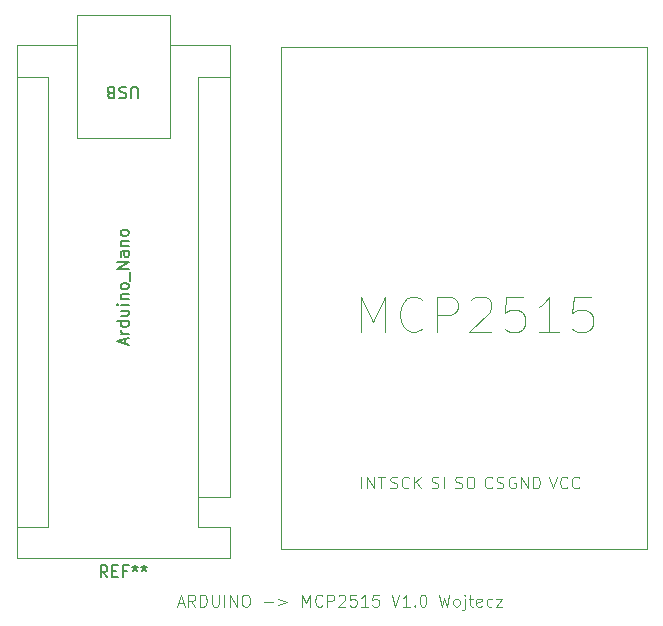
<source format=gbr>
%TF.GenerationSoftware,KiCad,Pcbnew,9.0.2-9.0.2-0~ubuntu22.04.1*%
%TF.CreationDate,2025-06-18T20:33:50+02:00*%
%TF.ProjectId,salaemcp,73616c61-656d-4637-902e-6b696361645f,rev?*%
%TF.SameCoordinates,Original*%
%TF.FileFunction,Legend,Top*%
%TF.FilePolarity,Positive*%
%FSLAX46Y46*%
G04 Gerber Fmt 4.6, Leading zero omitted, Abs format (unit mm)*
G04 Created by KiCad (PCBNEW 9.0.2-9.0.2-0~ubuntu22.04.1) date 2025-06-18 20:33:50*
%MOMM*%
%LPD*%
G01*
G04 APERTURE LIST*
%ADD10C,0.100000*%
%ADD11C,0.125000*%
%ADD12C,0.150000*%
%ADD13C,0.120000*%
G04 APERTURE END LIST*
D10*
X122000000Y-53500000D02*
X153000000Y-53500000D01*
X153000000Y-96000000D01*
X122000000Y-96000000D01*
X122000000Y-53500000D01*
X144661027Y-89872419D02*
X144994360Y-90872419D01*
X144994360Y-90872419D02*
X145327693Y-89872419D01*
X146232455Y-90777180D02*
X146184836Y-90824800D01*
X146184836Y-90824800D02*
X146041979Y-90872419D01*
X146041979Y-90872419D02*
X145946741Y-90872419D01*
X145946741Y-90872419D02*
X145803884Y-90824800D01*
X145803884Y-90824800D02*
X145708646Y-90729561D01*
X145708646Y-90729561D02*
X145661027Y-90634323D01*
X145661027Y-90634323D02*
X145613408Y-90443847D01*
X145613408Y-90443847D02*
X145613408Y-90300990D01*
X145613408Y-90300990D02*
X145661027Y-90110514D01*
X145661027Y-90110514D02*
X145708646Y-90015276D01*
X145708646Y-90015276D02*
X145803884Y-89920038D01*
X145803884Y-89920038D02*
X145946741Y-89872419D01*
X145946741Y-89872419D02*
X146041979Y-89872419D01*
X146041979Y-89872419D02*
X146184836Y-89920038D01*
X146184836Y-89920038D02*
X146232455Y-89967657D01*
X147232455Y-90777180D02*
X147184836Y-90824800D01*
X147184836Y-90824800D02*
X147041979Y-90872419D01*
X147041979Y-90872419D02*
X146946741Y-90872419D01*
X146946741Y-90872419D02*
X146803884Y-90824800D01*
X146803884Y-90824800D02*
X146708646Y-90729561D01*
X146708646Y-90729561D02*
X146661027Y-90634323D01*
X146661027Y-90634323D02*
X146613408Y-90443847D01*
X146613408Y-90443847D02*
X146613408Y-90300990D01*
X146613408Y-90300990D02*
X146661027Y-90110514D01*
X146661027Y-90110514D02*
X146708646Y-90015276D01*
X146708646Y-90015276D02*
X146803884Y-89920038D01*
X146803884Y-89920038D02*
X146946741Y-89872419D01*
X146946741Y-89872419D02*
X147041979Y-89872419D01*
X147041979Y-89872419D02*
X147184836Y-89920038D01*
X147184836Y-89920038D02*
X147232455Y-89967657D01*
X134756265Y-90824800D02*
X134899122Y-90872419D01*
X134899122Y-90872419D02*
X135137217Y-90872419D01*
X135137217Y-90872419D02*
X135232455Y-90824800D01*
X135232455Y-90824800D02*
X135280074Y-90777180D01*
X135280074Y-90777180D02*
X135327693Y-90681942D01*
X135327693Y-90681942D02*
X135327693Y-90586704D01*
X135327693Y-90586704D02*
X135280074Y-90491466D01*
X135280074Y-90491466D02*
X135232455Y-90443847D01*
X135232455Y-90443847D02*
X135137217Y-90396228D01*
X135137217Y-90396228D02*
X134946741Y-90348609D01*
X134946741Y-90348609D02*
X134851503Y-90300990D01*
X134851503Y-90300990D02*
X134803884Y-90253371D01*
X134803884Y-90253371D02*
X134756265Y-90158133D01*
X134756265Y-90158133D02*
X134756265Y-90062895D01*
X134756265Y-90062895D02*
X134803884Y-89967657D01*
X134803884Y-89967657D02*
X134851503Y-89920038D01*
X134851503Y-89920038D02*
X134946741Y-89872419D01*
X134946741Y-89872419D02*
X135184836Y-89872419D01*
X135184836Y-89872419D02*
X135327693Y-89920038D01*
X135756265Y-90872419D02*
X135756265Y-89872419D01*
X131256265Y-90824800D02*
X131399122Y-90872419D01*
X131399122Y-90872419D02*
X131637217Y-90872419D01*
X131637217Y-90872419D02*
X131732455Y-90824800D01*
X131732455Y-90824800D02*
X131780074Y-90777180D01*
X131780074Y-90777180D02*
X131827693Y-90681942D01*
X131827693Y-90681942D02*
X131827693Y-90586704D01*
X131827693Y-90586704D02*
X131780074Y-90491466D01*
X131780074Y-90491466D02*
X131732455Y-90443847D01*
X131732455Y-90443847D02*
X131637217Y-90396228D01*
X131637217Y-90396228D02*
X131446741Y-90348609D01*
X131446741Y-90348609D02*
X131351503Y-90300990D01*
X131351503Y-90300990D02*
X131303884Y-90253371D01*
X131303884Y-90253371D02*
X131256265Y-90158133D01*
X131256265Y-90158133D02*
X131256265Y-90062895D01*
X131256265Y-90062895D02*
X131303884Y-89967657D01*
X131303884Y-89967657D02*
X131351503Y-89920038D01*
X131351503Y-89920038D02*
X131446741Y-89872419D01*
X131446741Y-89872419D02*
X131684836Y-89872419D01*
X131684836Y-89872419D02*
X131827693Y-89920038D01*
X132827693Y-90777180D02*
X132780074Y-90824800D01*
X132780074Y-90824800D02*
X132637217Y-90872419D01*
X132637217Y-90872419D02*
X132541979Y-90872419D01*
X132541979Y-90872419D02*
X132399122Y-90824800D01*
X132399122Y-90824800D02*
X132303884Y-90729561D01*
X132303884Y-90729561D02*
X132256265Y-90634323D01*
X132256265Y-90634323D02*
X132208646Y-90443847D01*
X132208646Y-90443847D02*
X132208646Y-90300990D01*
X132208646Y-90300990D02*
X132256265Y-90110514D01*
X132256265Y-90110514D02*
X132303884Y-90015276D01*
X132303884Y-90015276D02*
X132399122Y-89920038D01*
X132399122Y-89920038D02*
X132541979Y-89872419D01*
X132541979Y-89872419D02*
X132637217Y-89872419D01*
X132637217Y-89872419D02*
X132780074Y-89920038D01*
X132780074Y-89920038D02*
X132827693Y-89967657D01*
X133256265Y-90872419D02*
X133256265Y-89872419D01*
X133827693Y-90872419D02*
X133399122Y-90300990D01*
X133827693Y-89872419D02*
X133256265Y-90443847D01*
X128803884Y-90872419D02*
X128803884Y-89872419D01*
X129280074Y-90872419D02*
X129280074Y-89872419D01*
X129280074Y-89872419D02*
X129851502Y-90872419D01*
X129851502Y-90872419D02*
X129851502Y-89872419D01*
X130184836Y-89872419D02*
X130756264Y-89872419D01*
X130470550Y-90872419D02*
X130470550Y-89872419D01*
D11*
X128796521Y-77626357D02*
X128796521Y-74626357D01*
X128796521Y-74626357D02*
X129796521Y-76769214D01*
X129796521Y-76769214D02*
X130796521Y-74626357D01*
X130796521Y-74626357D02*
X130796521Y-77626357D01*
X133939378Y-77340642D02*
X133796521Y-77483500D01*
X133796521Y-77483500D02*
X133367949Y-77626357D01*
X133367949Y-77626357D02*
X133082235Y-77626357D01*
X133082235Y-77626357D02*
X132653664Y-77483500D01*
X132653664Y-77483500D02*
X132367949Y-77197785D01*
X132367949Y-77197785D02*
X132225092Y-76912071D01*
X132225092Y-76912071D02*
X132082235Y-76340642D01*
X132082235Y-76340642D02*
X132082235Y-75912071D01*
X132082235Y-75912071D02*
X132225092Y-75340642D01*
X132225092Y-75340642D02*
X132367949Y-75054928D01*
X132367949Y-75054928D02*
X132653664Y-74769214D01*
X132653664Y-74769214D02*
X133082235Y-74626357D01*
X133082235Y-74626357D02*
X133367949Y-74626357D01*
X133367949Y-74626357D02*
X133796521Y-74769214D01*
X133796521Y-74769214D02*
X133939378Y-74912071D01*
X135225092Y-77626357D02*
X135225092Y-74626357D01*
X135225092Y-74626357D02*
X136367949Y-74626357D01*
X136367949Y-74626357D02*
X136653664Y-74769214D01*
X136653664Y-74769214D02*
X136796521Y-74912071D01*
X136796521Y-74912071D02*
X136939378Y-75197785D01*
X136939378Y-75197785D02*
X136939378Y-75626357D01*
X136939378Y-75626357D02*
X136796521Y-75912071D01*
X136796521Y-75912071D02*
X136653664Y-76054928D01*
X136653664Y-76054928D02*
X136367949Y-76197785D01*
X136367949Y-76197785D02*
X135225092Y-76197785D01*
X138082235Y-74912071D02*
X138225092Y-74769214D01*
X138225092Y-74769214D02*
X138510807Y-74626357D01*
X138510807Y-74626357D02*
X139225092Y-74626357D01*
X139225092Y-74626357D02*
X139510807Y-74769214D01*
X139510807Y-74769214D02*
X139653664Y-74912071D01*
X139653664Y-74912071D02*
X139796521Y-75197785D01*
X139796521Y-75197785D02*
X139796521Y-75483500D01*
X139796521Y-75483500D02*
X139653664Y-75912071D01*
X139653664Y-75912071D02*
X137939378Y-77626357D01*
X137939378Y-77626357D02*
X139796521Y-77626357D01*
X142510807Y-74626357D02*
X141082235Y-74626357D01*
X141082235Y-74626357D02*
X140939378Y-76054928D01*
X140939378Y-76054928D02*
X141082235Y-75912071D01*
X141082235Y-75912071D02*
X141367950Y-75769214D01*
X141367950Y-75769214D02*
X142082235Y-75769214D01*
X142082235Y-75769214D02*
X142367950Y-75912071D01*
X142367950Y-75912071D02*
X142510807Y-76054928D01*
X142510807Y-76054928D02*
X142653664Y-76340642D01*
X142653664Y-76340642D02*
X142653664Y-77054928D01*
X142653664Y-77054928D02*
X142510807Y-77340642D01*
X142510807Y-77340642D02*
X142367950Y-77483500D01*
X142367950Y-77483500D02*
X142082235Y-77626357D01*
X142082235Y-77626357D02*
X141367950Y-77626357D01*
X141367950Y-77626357D02*
X141082235Y-77483500D01*
X141082235Y-77483500D02*
X140939378Y-77340642D01*
X145510807Y-77626357D02*
X143796521Y-77626357D01*
X144653664Y-77626357D02*
X144653664Y-74626357D01*
X144653664Y-74626357D02*
X144367950Y-75054928D01*
X144367950Y-75054928D02*
X144082235Y-75340642D01*
X144082235Y-75340642D02*
X143796521Y-75483500D01*
X148225093Y-74626357D02*
X146796521Y-74626357D01*
X146796521Y-74626357D02*
X146653664Y-76054928D01*
X146653664Y-76054928D02*
X146796521Y-75912071D01*
X146796521Y-75912071D02*
X147082236Y-75769214D01*
X147082236Y-75769214D02*
X147796521Y-75769214D01*
X147796521Y-75769214D02*
X148082236Y-75912071D01*
X148082236Y-75912071D02*
X148225093Y-76054928D01*
X148225093Y-76054928D02*
X148367950Y-76340642D01*
X148367950Y-76340642D02*
X148367950Y-77054928D01*
X148367950Y-77054928D02*
X148225093Y-77340642D01*
X148225093Y-77340642D02*
X148082236Y-77483500D01*
X148082236Y-77483500D02*
X147796521Y-77626357D01*
X147796521Y-77626357D02*
X147082236Y-77626357D01*
X147082236Y-77626357D02*
X146796521Y-77483500D01*
X146796521Y-77483500D02*
X146653664Y-77340642D01*
D10*
X139875312Y-90777180D02*
X139827693Y-90824800D01*
X139827693Y-90824800D02*
X139684836Y-90872419D01*
X139684836Y-90872419D02*
X139589598Y-90872419D01*
X139589598Y-90872419D02*
X139446741Y-90824800D01*
X139446741Y-90824800D02*
X139351503Y-90729561D01*
X139351503Y-90729561D02*
X139303884Y-90634323D01*
X139303884Y-90634323D02*
X139256265Y-90443847D01*
X139256265Y-90443847D02*
X139256265Y-90300990D01*
X139256265Y-90300990D02*
X139303884Y-90110514D01*
X139303884Y-90110514D02*
X139351503Y-90015276D01*
X139351503Y-90015276D02*
X139446741Y-89920038D01*
X139446741Y-89920038D02*
X139589598Y-89872419D01*
X139589598Y-89872419D02*
X139684836Y-89872419D01*
X139684836Y-89872419D02*
X139827693Y-89920038D01*
X139827693Y-89920038D02*
X139875312Y-89967657D01*
X140256265Y-90824800D02*
X140399122Y-90872419D01*
X140399122Y-90872419D02*
X140637217Y-90872419D01*
X140637217Y-90872419D02*
X140732455Y-90824800D01*
X140732455Y-90824800D02*
X140780074Y-90777180D01*
X140780074Y-90777180D02*
X140827693Y-90681942D01*
X140827693Y-90681942D02*
X140827693Y-90586704D01*
X140827693Y-90586704D02*
X140780074Y-90491466D01*
X140780074Y-90491466D02*
X140732455Y-90443847D01*
X140732455Y-90443847D02*
X140637217Y-90396228D01*
X140637217Y-90396228D02*
X140446741Y-90348609D01*
X140446741Y-90348609D02*
X140351503Y-90300990D01*
X140351503Y-90300990D02*
X140303884Y-90253371D01*
X140303884Y-90253371D02*
X140256265Y-90158133D01*
X140256265Y-90158133D02*
X140256265Y-90062895D01*
X140256265Y-90062895D02*
X140303884Y-89967657D01*
X140303884Y-89967657D02*
X140351503Y-89920038D01*
X140351503Y-89920038D02*
X140446741Y-89872419D01*
X140446741Y-89872419D02*
X140684836Y-89872419D01*
X140684836Y-89872419D02*
X140827693Y-89920038D01*
X141827693Y-89920038D02*
X141732455Y-89872419D01*
X141732455Y-89872419D02*
X141589598Y-89872419D01*
X141589598Y-89872419D02*
X141446741Y-89920038D01*
X141446741Y-89920038D02*
X141351503Y-90015276D01*
X141351503Y-90015276D02*
X141303884Y-90110514D01*
X141303884Y-90110514D02*
X141256265Y-90300990D01*
X141256265Y-90300990D02*
X141256265Y-90443847D01*
X141256265Y-90443847D02*
X141303884Y-90634323D01*
X141303884Y-90634323D02*
X141351503Y-90729561D01*
X141351503Y-90729561D02*
X141446741Y-90824800D01*
X141446741Y-90824800D02*
X141589598Y-90872419D01*
X141589598Y-90872419D02*
X141684836Y-90872419D01*
X141684836Y-90872419D02*
X141827693Y-90824800D01*
X141827693Y-90824800D02*
X141875312Y-90777180D01*
X141875312Y-90777180D02*
X141875312Y-90443847D01*
X141875312Y-90443847D02*
X141684836Y-90443847D01*
X142303884Y-90872419D02*
X142303884Y-89872419D01*
X142303884Y-89872419D02*
X142875312Y-90872419D01*
X142875312Y-90872419D02*
X142875312Y-89872419D01*
X143351503Y-90872419D02*
X143351503Y-89872419D01*
X143351503Y-89872419D02*
X143589598Y-89872419D01*
X143589598Y-89872419D02*
X143732455Y-89920038D01*
X143732455Y-89920038D02*
X143827693Y-90015276D01*
X143827693Y-90015276D02*
X143875312Y-90110514D01*
X143875312Y-90110514D02*
X143922931Y-90300990D01*
X143922931Y-90300990D02*
X143922931Y-90443847D01*
X143922931Y-90443847D02*
X143875312Y-90634323D01*
X143875312Y-90634323D02*
X143827693Y-90729561D01*
X143827693Y-90729561D02*
X143732455Y-90824800D01*
X143732455Y-90824800D02*
X143589598Y-90872419D01*
X143589598Y-90872419D02*
X143351503Y-90872419D01*
X136756265Y-90824800D02*
X136899122Y-90872419D01*
X136899122Y-90872419D02*
X137137217Y-90872419D01*
X137137217Y-90872419D02*
X137232455Y-90824800D01*
X137232455Y-90824800D02*
X137280074Y-90777180D01*
X137280074Y-90777180D02*
X137327693Y-90681942D01*
X137327693Y-90681942D02*
X137327693Y-90586704D01*
X137327693Y-90586704D02*
X137280074Y-90491466D01*
X137280074Y-90491466D02*
X137232455Y-90443847D01*
X137232455Y-90443847D02*
X137137217Y-90396228D01*
X137137217Y-90396228D02*
X136946741Y-90348609D01*
X136946741Y-90348609D02*
X136851503Y-90300990D01*
X136851503Y-90300990D02*
X136803884Y-90253371D01*
X136803884Y-90253371D02*
X136756265Y-90158133D01*
X136756265Y-90158133D02*
X136756265Y-90062895D01*
X136756265Y-90062895D02*
X136803884Y-89967657D01*
X136803884Y-89967657D02*
X136851503Y-89920038D01*
X136851503Y-89920038D02*
X136946741Y-89872419D01*
X136946741Y-89872419D02*
X137184836Y-89872419D01*
X137184836Y-89872419D02*
X137327693Y-89920038D01*
X137946741Y-89872419D02*
X138137217Y-89872419D01*
X138137217Y-89872419D02*
X138232455Y-89920038D01*
X138232455Y-89920038D02*
X138327693Y-90015276D01*
X138327693Y-90015276D02*
X138375312Y-90205752D01*
X138375312Y-90205752D02*
X138375312Y-90539085D01*
X138375312Y-90539085D02*
X138327693Y-90729561D01*
X138327693Y-90729561D02*
X138232455Y-90824800D01*
X138232455Y-90824800D02*
X138137217Y-90872419D01*
X138137217Y-90872419D02*
X137946741Y-90872419D01*
X137946741Y-90872419D02*
X137851503Y-90824800D01*
X137851503Y-90824800D02*
X137756265Y-90729561D01*
X137756265Y-90729561D02*
X137708646Y-90539085D01*
X137708646Y-90539085D02*
X137708646Y-90205752D01*
X137708646Y-90205752D02*
X137756265Y-90015276D01*
X137756265Y-90015276D02*
X137851503Y-89920038D01*
X137851503Y-89920038D02*
X137946741Y-89872419D01*
X113256265Y-100586704D02*
X113732455Y-100586704D01*
X113161027Y-100872419D02*
X113494360Y-99872419D01*
X113494360Y-99872419D02*
X113827693Y-100872419D01*
X114732455Y-100872419D02*
X114399122Y-100396228D01*
X114161027Y-100872419D02*
X114161027Y-99872419D01*
X114161027Y-99872419D02*
X114541979Y-99872419D01*
X114541979Y-99872419D02*
X114637217Y-99920038D01*
X114637217Y-99920038D02*
X114684836Y-99967657D01*
X114684836Y-99967657D02*
X114732455Y-100062895D01*
X114732455Y-100062895D02*
X114732455Y-100205752D01*
X114732455Y-100205752D02*
X114684836Y-100300990D01*
X114684836Y-100300990D02*
X114637217Y-100348609D01*
X114637217Y-100348609D02*
X114541979Y-100396228D01*
X114541979Y-100396228D02*
X114161027Y-100396228D01*
X115161027Y-100872419D02*
X115161027Y-99872419D01*
X115161027Y-99872419D02*
X115399122Y-99872419D01*
X115399122Y-99872419D02*
X115541979Y-99920038D01*
X115541979Y-99920038D02*
X115637217Y-100015276D01*
X115637217Y-100015276D02*
X115684836Y-100110514D01*
X115684836Y-100110514D02*
X115732455Y-100300990D01*
X115732455Y-100300990D02*
X115732455Y-100443847D01*
X115732455Y-100443847D02*
X115684836Y-100634323D01*
X115684836Y-100634323D02*
X115637217Y-100729561D01*
X115637217Y-100729561D02*
X115541979Y-100824800D01*
X115541979Y-100824800D02*
X115399122Y-100872419D01*
X115399122Y-100872419D02*
X115161027Y-100872419D01*
X116161027Y-99872419D02*
X116161027Y-100681942D01*
X116161027Y-100681942D02*
X116208646Y-100777180D01*
X116208646Y-100777180D02*
X116256265Y-100824800D01*
X116256265Y-100824800D02*
X116351503Y-100872419D01*
X116351503Y-100872419D02*
X116541979Y-100872419D01*
X116541979Y-100872419D02*
X116637217Y-100824800D01*
X116637217Y-100824800D02*
X116684836Y-100777180D01*
X116684836Y-100777180D02*
X116732455Y-100681942D01*
X116732455Y-100681942D02*
X116732455Y-99872419D01*
X117208646Y-100872419D02*
X117208646Y-99872419D01*
X117684836Y-100872419D02*
X117684836Y-99872419D01*
X117684836Y-99872419D02*
X118256264Y-100872419D01*
X118256264Y-100872419D02*
X118256264Y-99872419D01*
X118922931Y-99872419D02*
X119113407Y-99872419D01*
X119113407Y-99872419D02*
X119208645Y-99920038D01*
X119208645Y-99920038D02*
X119303883Y-100015276D01*
X119303883Y-100015276D02*
X119351502Y-100205752D01*
X119351502Y-100205752D02*
X119351502Y-100539085D01*
X119351502Y-100539085D02*
X119303883Y-100729561D01*
X119303883Y-100729561D02*
X119208645Y-100824800D01*
X119208645Y-100824800D02*
X119113407Y-100872419D01*
X119113407Y-100872419D02*
X118922931Y-100872419D01*
X118922931Y-100872419D02*
X118827693Y-100824800D01*
X118827693Y-100824800D02*
X118732455Y-100729561D01*
X118732455Y-100729561D02*
X118684836Y-100539085D01*
X118684836Y-100539085D02*
X118684836Y-100205752D01*
X118684836Y-100205752D02*
X118732455Y-100015276D01*
X118732455Y-100015276D02*
X118827693Y-99920038D01*
X118827693Y-99920038D02*
X118922931Y-99872419D01*
X120541979Y-100491466D02*
X121303884Y-100491466D01*
X121780074Y-100205752D02*
X122541979Y-100491466D01*
X122541979Y-100491466D02*
X121780074Y-100777180D01*
X123780074Y-100872419D02*
X123780074Y-99872419D01*
X123780074Y-99872419D02*
X124113407Y-100586704D01*
X124113407Y-100586704D02*
X124446740Y-99872419D01*
X124446740Y-99872419D02*
X124446740Y-100872419D01*
X125494359Y-100777180D02*
X125446740Y-100824800D01*
X125446740Y-100824800D02*
X125303883Y-100872419D01*
X125303883Y-100872419D02*
X125208645Y-100872419D01*
X125208645Y-100872419D02*
X125065788Y-100824800D01*
X125065788Y-100824800D02*
X124970550Y-100729561D01*
X124970550Y-100729561D02*
X124922931Y-100634323D01*
X124922931Y-100634323D02*
X124875312Y-100443847D01*
X124875312Y-100443847D02*
X124875312Y-100300990D01*
X124875312Y-100300990D02*
X124922931Y-100110514D01*
X124922931Y-100110514D02*
X124970550Y-100015276D01*
X124970550Y-100015276D02*
X125065788Y-99920038D01*
X125065788Y-99920038D02*
X125208645Y-99872419D01*
X125208645Y-99872419D02*
X125303883Y-99872419D01*
X125303883Y-99872419D02*
X125446740Y-99920038D01*
X125446740Y-99920038D02*
X125494359Y-99967657D01*
X125922931Y-100872419D02*
X125922931Y-99872419D01*
X125922931Y-99872419D02*
X126303883Y-99872419D01*
X126303883Y-99872419D02*
X126399121Y-99920038D01*
X126399121Y-99920038D02*
X126446740Y-99967657D01*
X126446740Y-99967657D02*
X126494359Y-100062895D01*
X126494359Y-100062895D02*
X126494359Y-100205752D01*
X126494359Y-100205752D02*
X126446740Y-100300990D01*
X126446740Y-100300990D02*
X126399121Y-100348609D01*
X126399121Y-100348609D02*
X126303883Y-100396228D01*
X126303883Y-100396228D02*
X125922931Y-100396228D01*
X126875312Y-99967657D02*
X126922931Y-99920038D01*
X126922931Y-99920038D02*
X127018169Y-99872419D01*
X127018169Y-99872419D02*
X127256264Y-99872419D01*
X127256264Y-99872419D02*
X127351502Y-99920038D01*
X127351502Y-99920038D02*
X127399121Y-99967657D01*
X127399121Y-99967657D02*
X127446740Y-100062895D01*
X127446740Y-100062895D02*
X127446740Y-100158133D01*
X127446740Y-100158133D02*
X127399121Y-100300990D01*
X127399121Y-100300990D02*
X126827693Y-100872419D01*
X126827693Y-100872419D02*
X127446740Y-100872419D01*
X128351502Y-99872419D02*
X127875312Y-99872419D01*
X127875312Y-99872419D02*
X127827693Y-100348609D01*
X127827693Y-100348609D02*
X127875312Y-100300990D01*
X127875312Y-100300990D02*
X127970550Y-100253371D01*
X127970550Y-100253371D02*
X128208645Y-100253371D01*
X128208645Y-100253371D02*
X128303883Y-100300990D01*
X128303883Y-100300990D02*
X128351502Y-100348609D01*
X128351502Y-100348609D02*
X128399121Y-100443847D01*
X128399121Y-100443847D02*
X128399121Y-100681942D01*
X128399121Y-100681942D02*
X128351502Y-100777180D01*
X128351502Y-100777180D02*
X128303883Y-100824800D01*
X128303883Y-100824800D02*
X128208645Y-100872419D01*
X128208645Y-100872419D02*
X127970550Y-100872419D01*
X127970550Y-100872419D02*
X127875312Y-100824800D01*
X127875312Y-100824800D02*
X127827693Y-100777180D01*
X129351502Y-100872419D02*
X128780074Y-100872419D01*
X129065788Y-100872419D02*
X129065788Y-99872419D01*
X129065788Y-99872419D02*
X128970550Y-100015276D01*
X128970550Y-100015276D02*
X128875312Y-100110514D01*
X128875312Y-100110514D02*
X128780074Y-100158133D01*
X130256264Y-99872419D02*
X129780074Y-99872419D01*
X129780074Y-99872419D02*
X129732455Y-100348609D01*
X129732455Y-100348609D02*
X129780074Y-100300990D01*
X129780074Y-100300990D02*
X129875312Y-100253371D01*
X129875312Y-100253371D02*
X130113407Y-100253371D01*
X130113407Y-100253371D02*
X130208645Y-100300990D01*
X130208645Y-100300990D02*
X130256264Y-100348609D01*
X130256264Y-100348609D02*
X130303883Y-100443847D01*
X130303883Y-100443847D02*
X130303883Y-100681942D01*
X130303883Y-100681942D02*
X130256264Y-100777180D01*
X130256264Y-100777180D02*
X130208645Y-100824800D01*
X130208645Y-100824800D02*
X130113407Y-100872419D01*
X130113407Y-100872419D02*
X129875312Y-100872419D01*
X129875312Y-100872419D02*
X129780074Y-100824800D01*
X129780074Y-100824800D02*
X129732455Y-100777180D01*
X131351503Y-99872419D02*
X131684836Y-100872419D01*
X131684836Y-100872419D02*
X132018169Y-99872419D01*
X132875312Y-100872419D02*
X132303884Y-100872419D01*
X132589598Y-100872419D02*
X132589598Y-99872419D01*
X132589598Y-99872419D02*
X132494360Y-100015276D01*
X132494360Y-100015276D02*
X132399122Y-100110514D01*
X132399122Y-100110514D02*
X132303884Y-100158133D01*
X133303884Y-100777180D02*
X133351503Y-100824800D01*
X133351503Y-100824800D02*
X133303884Y-100872419D01*
X133303884Y-100872419D02*
X133256265Y-100824800D01*
X133256265Y-100824800D02*
X133303884Y-100777180D01*
X133303884Y-100777180D02*
X133303884Y-100872419D01*
X133970550Y-99872419D02*
X134065788Y-99872419D01*
X134065788Y-99872419D02*
X134161026Y-99920038D01*
X134161026Y-99920038D02*
X134208645Y-99967657D01*
X134208645Y-99967657D02*
X134256264Y-100062895D01*
X134256264Y-100062895D02*
X134303883Y-100253371D01*
X134303883Y-100253371D02*
X134303883Y-100491466D01*
X134303883Y-100491466D02*
X134256264Y-100681942D01*
X134256264Y-100681942D02*
X134208645Y-100777180D01*
X134208645Y-100777180D02*
X134161026Y-100824800D01*
X134161026Y-100824800D02*
X134065788Y-100872419D01*
X134065788Y-100872419D02*
X133970550Y-100872419D01*
X133970550Y-100872419D02*
X133875312Y-100824800D01*
X133875312Y-100824800D02*
X133827693Y-100777180D01*
X133827693Y-100777180D02*
X133780074Y-100681942D01*
X133780074Y-100681942D02*
X133732455Y-100491466D01*
X133732455Y-100491466D02*
X133732455Y-100253371D01*
X133732455Y-100253371D02*
X133780074Y-100062895D01*
X133780074Y-100062895D02*
X133827693Y-99967657D01*
X133827693Y-99967657D02*
X133875312Y-99920038D01*
X133875312Y-99920038D02*
X133970550Y-99872419D01*
X135399122Y-99872419D02*
X135637217Y-100872419D01*
X135637217Y-100872419D02*
X135827693Y-100158133D01*
X135827693Y-100158133D02*
X136018169Y-100872419D01*
X136018169Y-100872419D02*
X136256265Y-99872419D01*
X136780074Y-100872419D02*
X136684836Y-100824800D01*
X136684836Y-100824800D02*
X136637217Y-100777180D01*
X136637217Y-100777180D02*
X136589598Y-100681942D01*
X136589598Y-100681942D02*
X136589598Y-100396228D01*
X136589598Y-100396228D02*
X136637217Y-100300990D01*
X136637217Y-100300990D02*
X136684836Y-100253371D01*
X136684836Y-100253371D02*
X136780074Y-100205752D01*
X136780074Y-100205752D02*
X136922931Y-100205752D01*
X136922931Y-100205752D02*
X137018169Y-100253371D01*
X137018169Y-100253371D02*
X137065788Y-100300990D01*
X137065788Y-100300990D02*
X137113407Y-100396228D01*
X137113407Y-100396228D02*
X137113407Y-100681942D01*
X137113407Y-100681942D02*
X137065788Y-100777180D01*
X137065788Y-100777180D02*
X137018169Y-100824800D01*
X137018169Y-100824800D02*
X136922931Y-100872419D01*
X136922931Y-100872419D02*
X136780074Y-100872419D01*
X137541979Y-100205752D02*
X137541979Y-101062895D01*
X137541979Y-101062895D02*
X137494360Y-101158133D01*
X137494360Y-101158133D02*
X137399122Y-101205752D01*
X137399122Y-101205752D02*
X137351503Y-101205752D01*
X137541979Y-99872419D02*
X137494360Y-99920038D01*
X137494360Y-99920038D02*
X137541979Y-99967657D01*
X137541979Y-99967657D02*
X137589598Y-99920038D01*
X137589598Y-99920038D02*
X137541979Y-99872419D01*
X137541979Y-99872419D02*
X137541979Y-99967657D01*
X137875312Y-100205752D02*
X138256264Y-100205752D01*
X138018169Y-99872419D02*
X138018169Y-100729561D01*
X138018169Y-100729561D02*
X138065788Y-100824800D01*
X138065788Y-100824800D02*
X138161026Y-100872419D01*
X138161026Y-100872419D02*
X138256264Y-100872419D01*
X138970550Y-100824800D02*
X138875312Y-100872419D01*
X138875312Y-100872419D02*
X138684836Y-100872419D01*
X138684836Y-100872419D02*
X138589598Y-100824800D01*
X138589598Y-100824800D02*
X138541979Y-100729561D01*
X138541979Y-100729561D02*
X138541979Y-100348609D01*
X138541979Y-100348609D02*
X138589598Y-100253371D01*
X138589598Y-100253371D02*
X138684836Y-100205752D01*
X138684836Y-100205752D02*
X138875312Y-100205752D01*
X138875312Y-100205752D02*
X138970550Y-100253371D01*
X138970550Y-100253371D02*
X139018169Y-100348609D01*
X139018169Y-100348609D02*
X139018169Y-100443847D01*
X139018169Y-100443847D02*
X138541979Y-100539085D01*
X139875312Y-100824800D02*
X139780074Y-100872419D01*
X139780074Y-100872419D02*
X139589598Y-100872419D01*
X139589598Y-100872419D02*
X139494360Y-100824800D01*
X139494360Y-100824800D02*
X139446741Y-100777180D01*
X139446741Y-100777180D02*
X139399122Y-100681942D01*
X139399122Y-100681942D02*
X139399122Y-100396228D01*
X139399122Y-100396228D02*
X139446741Y-100300990D01*
X139446741Y-100300990D02*
X139494360Y-100253371D01*
X139494360Y-100253371D02*
X139589598Y-100205752D01*
X139589598Y-100205752D02*
X139780074Y-100205752D01*
X139780074Y-100205752D02*
X139875312Y-100253371D01*
X140208646Y-100205752D02*
X140732455Y-100205752D01*
X140732455Y-100205752D02*
X140208646Y-100872419D01*
X140208646Y-100872419D02*
X140732455Y-100872419D01*
D12*
X107286666Y-98394819D02*
X106953333Y-97918628D01*
X106715238Y-98394819D02*
X106715238Y-97394819D01*
X106715238Y-97394819D02*
X107096190Y-97394819D01*
X107096190Y-97394819D02*
X107191428Y-97442438D01*
X107191428Y-97442438D02*
X107239047Y-97490057D01*
X107239047Y-97490057D02*
X107286666Y-97585295D01*
X107286666Y-97585295D02*
X107286666Y-97728152D01*
X107286666Y-97728152D02*
X107239047Y-97823390D01*
X107239047Y-97823390D02*
X107191428Y-97871009D01*
X107191428Y-97871009D02*
X107096190Y-97918628D01*
X107096190Y-97918628D02*
X106715238Y-97918628D01*
X107715238Y-97871009D02*
X108048571Y-97871009D01*
X108191428Y-98394819D02*
X107715238Y-98394819D01*
X107715238Y-98394819D02*
X107715238Y-97394819D01*
X107715238Y-97394819D02*
X108191428Y-97394819D01*
X108953333Y-97871009D02*
X108620000Y-97871009D01*
X108620000Y-98394819D02*
X108620000Y-97394819D01*
X108620000Y-97394819D02*
X109096190Y-97394819D01*
X109620000Y-97394819D02*
X109620000Y-97632914D01*
X109381905Y-97537676D02*
X109620000Y-97632914D01*
X109620000Y-97632914D02*
X109858095Y-97537676D01*
X109477143Y-97823390D02*
X109620000Y-97632914D01*
X109620000Y-97632914D02*
X109762857Y-97823390D01*
X110381905Y-97394819D02*
X110381905Y-97632914D01*
X110143810Y-97537676D02*
X110381905Y-97632914D01*
X110381905Y-97632914D02*
X110620000Y-97537676D01*
X110239048Y-97823390D02*
X110381905Y-97632914D01*
X110381905Y-97632914D02*
X110524762Y-97823390D01*
X108799104Y-78667142D02*
X108799104Y-78190952D01*
X109084819Y-78762380D02*
X108084819Y-78429047D01*
X108084819Y-78429047D02*
X109084819Y-78095714D01*
X109084819Y-77762380D02*
X108418152Y-77762380D01*
X108608628Y-77762380D02*
X108513390Y-77714761D01*
X108513390Y-77714761D02*
X108465771Y-77667142D01*
X108465771Y-77667142D02*
X108418152Y-77571904D01*
X108418152Y-77571904D02*
X108418152Y-77476666D01*
X109084819Y-76714761D02*
X108084819Y-76714761D01*
X109037200Y-76714761D02*
X109084819Y-76809999D01*
X109084819Y-76809999D02*
X109084819Y-77000475D01*
X109084819Y-77000475D02*
X109037200Y-77095713D01*
X109037200Y-77095713D02*
X108989580Y-77143332D01*
X108989580Y-77143332D02*
X108894342Y-77190951D01*
X108894342Y-77190951D02*
X108608628Y-77190951D01*
X108608628Y-77190951D02*
X108513390Y-77143332D01*
X108513390Y-77143332D02*
X108465771Y-77095713D01*
X108465771Y-77095713D02*
X108418152Y-77000475D01*
X108418152Y-77000475D02*
X108418152Y-76809999D01*
X108418152Y-76809999D02*
X108465771Y-76714761D01*
X108418152Y-75809999D02*
X109084819Y-75809999D01*
X108418152Y-76238570D02*
X108941961Y-76238570D01*
X108941961Y-76238570D02*
X109037200Y-76190951D01*
X109037200Y-76190951D02*
X109084819Y-76095713D01*
X109084819Y-76095713D02*
X109084819Y-75952856D01*
X109084819Y-75952856D02*
X109037200Y-75857618D01*
X109037200Y-75857618D02*
X108989580Y-75809999D01*
X109084819Y-75333808D02*
X108418152Y-75333808D01*
X108084819Y-75333808D02*
X108132438Y-75381427D01*
X108132438Y-75381427D02*
X108180057Y-75333808D01*
X108180057Y-75333808D02*
X108132438Y-75286189D01*
X108132438Y-75286189D02*
X108084819Y-75333808D01*
X108084819Y-75333808D02*
X108180057Y-75333808D01*
X108418152Y-74857618D02*
X109084819Y-74857618D01*
X108513390Y-74857618D02*
X108465771Y-74809999D01*
X108465771Y-74809999D02*
X108418152Y-74714761D01*
X108418152Y-74714761D02*
X108418152Y-74571904D01*
X108418152Y-74571904D02*
X108465771Y-74476666D01*
X108465771Y-74476666D02*
X108561009Y-74429047D01*
X108561009Y-74429047D02*
X109084819Y-74429047D01*
X109084819Y-73809999D02*
X109037200Y-73905237D01*
X109037200Y-73905237D02*
X108989580Y-73952856D01*
X108989580Y-73952856D02*
X108894342Y-74000475D01*
X108894342Y-74000475D02*
X108608628Y-74000475D01*
X108608628Y-74000475D02*
X108513390Y-73952856D01*
X108513390Y-73952856D02*
X108465771Y-73905237D01*
X108465771Y-73905237D02*
X108418152Y-73809999D01*
X108418152Y-73809999D02*
X108418152Y-73667142D01*
X108418152Y-73667142D02*
X108465771Y-73571904D01*
X108465771Y-73571904D02*
X108513390Y-73524285D01*
X108513390Y-73524285D02*
X108608628Y-73476666D01*
X108608628Y-73476666D02*
X108894342Y-73476666D01*
X108894342Y-73476666D02*
X108989580Y-73524285D01*
X108989580Y-73524285D02*
X109037200Y-73571904D01*
X109037200Y-73571904D02*
X109084819Y-73667142D01*
X109084819Y-73667142D02*
X109084819Y-73809999D01*
X109180057Y-73286190D02*
X109180057Y-72524285D01*
X109084819Y-72286189D02*
X108084819Y-72286189D01*
X108084819Y-72286189D02*
X109084819Y-71714761D01*
X109084819Y-71714761D02*
X108084819Y-71714761D01*
X109084819Y-70809999D02*
X108561009Y-70809999D01*
X108561009Y-70809999D02*
X108465771Y-70857618D01*
X108465771Y-70857618D02*
X108418152Y-70952856D01*
X108418152Y-70952856D02*
X108418152Y-71143332D01*
X108418152Y-71143332D02*
X108465771Y-71238570D01*
X109037200Y-70809999D02*
X109084819Y-70905237D01*
X109084819Y-70905237D02*
X109084819Y-71143332D01*
X109084819Y-71143332D02*
X109037200Y-71238570D01*
X109037200Y-71238570D02*
X108941961Y-71286189D01*
X108941961Y-71286189D02*
X108846723Y-71286189D01*
X108846723Y-71286189D02*
X108751485Y-71238570D01*
X108751485Y-71238570D02*
X108703866Y-71143332D01*
X108703866Y-71143332D02*
X108703866Y-70905237D01*
X108703866Y-70905237D02*
X108656247Y-70809999D01*
X108418152Y-70333808D02*
X109084819Y-70333808D01*
X108513390Y-70333808D02*
X108465771Y-70286189D01*
X108465771Y-70286189D02*
X108418152Y-70190951D01*
X108418152Y-70190951D02*
X108418152Y-70048094D01*
X108418152Y-70048094D02*
X108465771Y-69952856D01*
X108465771Y-69952856D02*
X108561009Y-69905237D01*
X108561009Y-69905237D02*
X109084819Y-69905237D01*
X109084819Y-69286189D02*
X109037200Y-69381427D01*
X109037200Y-69381427D02*
X108989580Y-69429046D01*
X108989580Y-69429046D02*
X108894342Y-69476665D01*
X108894342Y-69476665D02*
X108608628Y-69476665D01*
X108608628Y-69476665D02*
X108513390Y-69429046D01*
X108513390Y-69429046D02*
X108465771Y-69381427D01*
X108465771Y-69381427D02*
X108418152Y-69286189D01*
X108418152Y-69286189D02*
X108418152Y-69143332D01*
X108418152Y-69143332D02*
X108465771Y-69048094D01*
X108465771Y-69048094D02*
X108513390Y-69000475D01*
X108513390Y-69000475D02*
X108608628Y-68952856D01*
X108608628Y-68952856D02*
X108894342Y-68952856D01*
X108894342Y-68952856D02*
X108989580Y-69000475D01*
X108989580Y-69000475D02*
X109037200Y-69048094D01*
X109037200Y-69048094D02*
X109084819Y-69143332D01*
X109084819Y-69143332D02*
X109084819Y-69286189D01*
X109881904Y-57845180D02*
X109881904Y-57035657D01*
X109881904Y-57035657D02*
X109834285Y-56940419D01*
X109834285Y-56940419D02*
X109786666Y-56892800D01*
X109786666Y-56892800D02*
X109691428Y-56845180D01*
X109691428Y-56845180D02*
X109500952Y-56845180D01*
X109500952Y-56845180D02*
X109405714Y-56892800D01*
X109405714Y-56892800D02*
X109358095Y-56940419D01*
X109358095Y-56940419D02*
X109310476Y-57035657D01*
X109310476Y-57035657D02*
X109310476Y-57845180D01*
X108881904Y-56892800D02*
X108739047Y-56845180D01*
X108739047Y-56845180D02*
X108500952Y-56845180D01*
X108500952Y-56845180D02*
X108405714Y-56892800D01*
X108405714Y-56892800D02*
X108358095Y-56940419D01*
X108358095Y-56940419D02*
X108310476Y-57035657D01*
X108310476Y-57035657D02*
X108310476Y-57130895D01*
X108310476Y-57130895D02*
X108358095Y-57226133D01*
X108358095Y-57226133D02*
X108405714Y-57273752D01*
X108405714Y-57273752D02*
X108500952Y-57321371D01*
X108500952Y-57321371D02*
X108691428Y-57368990D01*
X108691428Y-57368990D02*
X108786666Y-57416609D01*
X108786666Y-57416609D02*
X108834285Y-57464228D01*
X108834285Y-57464228D02*
X108881904Y-57559466D01*
X108881904Y-57559466D02*
X108881904Y-57654704D01*
X108881904Y-57654704D02*
X108834285Y-57749942D01*
X108834285Y-57749942D02*
X108786666Y-57797561D01*
X108786666Y-57797561D02*
X108691428Y-57845180D01*
X108691428Y-57845180D02*
X108453333Y-57845180D01*
X108453333Y-57845180D02*
X108310476Y-57797561D01*
X107548571Y-57368990D02*
X107405714Y-57321371D01*
X107405714Y-57321371D02*
X107358095Y-57273752D01*
X107358095Y-57273752D02*
X107310476Y-57178514D01*
X107310476Y-57178514D02*
X107310476Y-57035657D01*
X107310476Y-57035657D02*
X107358095Y-56940419D01*
X107358095Y-56940419D02*
X107405714Y-56892800D01*
X107405714Y-56892800D02*
X107500952Y-56845180D01*
X107500952Y-56845180D02*
X107881904Y-56845180D01*
X107881904Y-56845180D02*
X107881904Y-57845180D01*
X107881904Y-57845180D02*
X107548571Y-57845180D01*
X107548571Y-57845180D02*
X107453333Y-57797561D01*
X107453333Y-57797561D02*
X107405714Y-57749942D01*
X107405714Y-57749942D02*
X107358095Y-57654704D01*
X107358095Y-57654704D02*
X107358095Y-57559466D01*
X107358095Y-57559466D02*
X107405714Y-57464228D01*
X107405714Y-57464228D02*
X107453333Y-57416609D01*
X107453333Y-57416609D02*
X107548571Y-57368990D01*
X107548571Y-57368990D02*
X107881904Y-57368990D01*
D13*
%TO.C,REF\u002A\u002A*%
X99600000Y-53360000D02*
X99600000Y-96800000D01*
X99600000Y-53360000D02*
X104680000Y-53360000D01*
X99600000Y-96800000D02*
X117640000Y-96800000D01*
X102270000Y-56030000D02*
X99600000Y-56030000D01*
X102270000Y-94130000D02*
X99600000Y-94130000D01*
X102270000Y-94130000D02*
X102270000Y-56030000D01*
X104680000Y-50820000D02*
X112560000Y-50820000D01*
X104680000Y-61240000D02*
X104680000Y-50820000D01*
X112560000Y-50820000D02*
X112560000Y-61240000D01*
X112560000Y-61240000D02*
X104680000Y-61240000D01*
X114970000Y-56030000D02*
X117640000Y-56030000D01*
X114970000Y-91590000D02*
X114970000Y-56030000D01*
X114970000Y-91590000D02*
X114970000Y-94130000D01*
X114970000Y-91590000D02*
X117640000Y-91590000D01*
X114970000Y-94130000D02*
X117640000Y-94130000D01*
X117640000Y-53360000D02*
X112560000Y-53360000D01*
X117640000Y-91590000D02*
X117640000Y-53360000D01*
X117640000Y-96800000D02*
X117640000Y-94130000D01*
%TD*%
M02*

</source>
